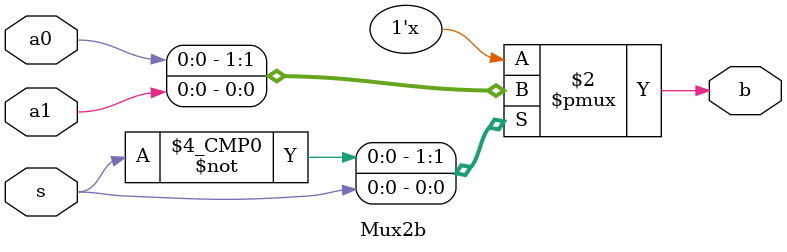
<source format=v>
module Mux2b(a1, a0, s, b);
  parameter n = 1; // width

  input [n-1:0] a1, a0;
  input s;
  output reg [n-1:0] b;

  // always block for choosing output based on select
  always @(*) begin
    case (s)
      1'b0: b = a0;
      1'b1: b = a1;
      default: b = {n{1'bx}};
    endcase
  end
endmodule
</source>
